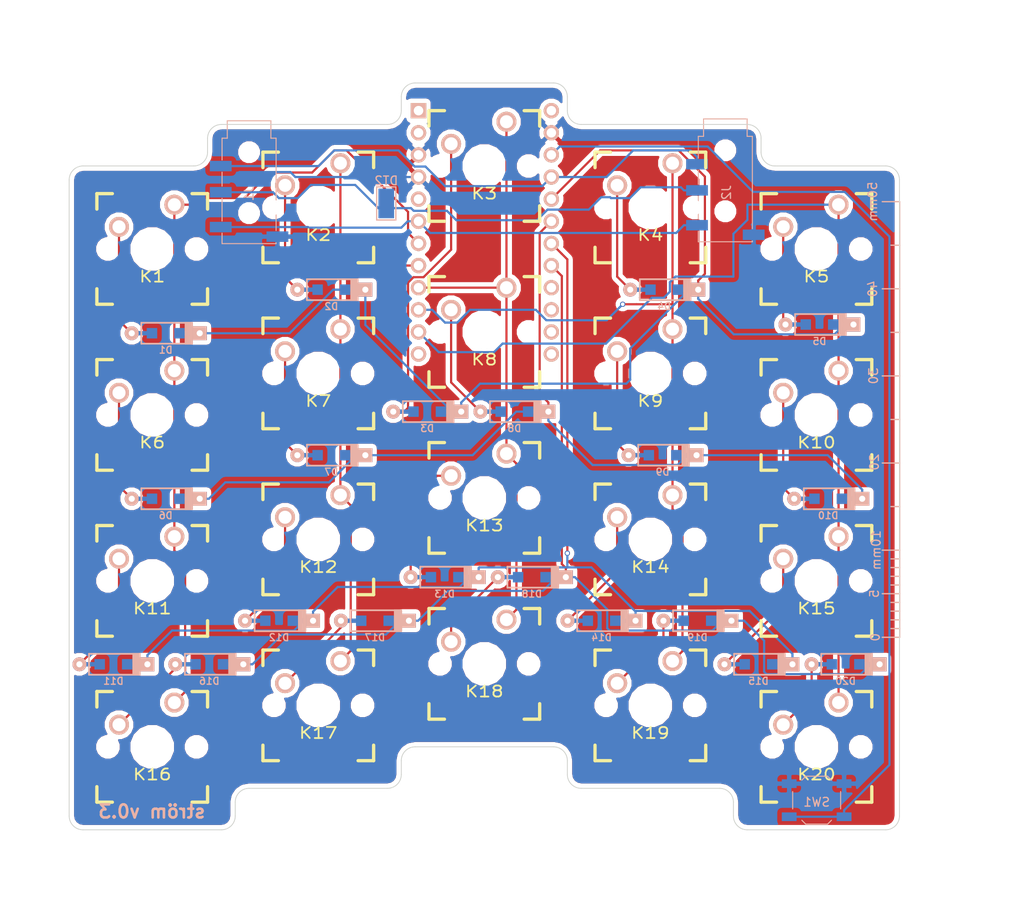
<source format=kicad_pcb>
(kicad_pcb (version 4) (host pcbnew 4.0.7+dfsg1-1)
  (layers (0 F.Cu signal) (31 B.Cu signal) (34 B.Paste user) (35 F.Paste user) (36 B.SilkS user) (37 F.SilkS user) (38 B.Mask user) (39 F.Mask user) (44 Edge.Cuts user))
  (net 0 "")
  (net 1 "Net-(D1-Pad2)")
  (net 2 /R0)
  (net 3 "Net-(D2-Pad2)")
  (net 4 "Net-(D3-Pad2)")
  (net 5 "Net-(D4-Pad2)")
  (net 6 "Net-(D5-Pad2)")
  (net 7 "Net-(D6-Pad2)")
  (net 8 /R1)
  (net 9 "Net-(D7-Pad2)")
  (net 10 "Net-(D8-Pad2)")
  (net 11 "Net-(D9-Pad2)")
  (net 12 "Net-(D10-Pad2)")
  (net 13 "Net-(D11-Pad2)")
  (net 14 /R2)
  (net 15 "Net-(D12-Pad2)")
  (net 16 "Net-(D13-Pad2)")
  (net 17 "Net-(D14-Pad2)")
  (net 18 "Net-(D15-Pad2)")
  (net 19 "Net-(D16-Pad2)")
  (net 20 /R3)
  (net 21 "Net-(D17-Pad2)")
  (net 22 "Net-(D18-Pad2)")
  (net 23 "Net-(D19-Pad2)")
  (net 24 "Net-(D20-Pad2)")
  (net 25 GND)
  (net 26 "Net-(J1-Pad1)")
  (net 27 "Net-(J1-Pad2)")
  (net 28 VCC)
  (net 29 /C0)
  (net 30 /C1)
  (net 31 /C2)
  (net 32 /C3)
  (net 33 /C4)
  (net 34 "Net-(SW1-Pad1)")
  (net 35 "Net-(U1-Pad12)")
  (net 36 "Net-(U1-Pad24)")
  (net 37 "Net-(U1-Pad16)")
  (net 38 "Net-(U1-Pad15)")
  (net 39 "Net-(U1-Pad14)")
  (net 40 "Net-(U1-Pad13)")
  (net 41 "Net-(U1-Pad6)")
  (net 42 "Net-(U1-Pad1)")
  (net 43 "Net-(U1-Pad2)")
  (module Keyboard:CHERRY_PCB_100H (layer F.Cu) (at 63.5 55.5625)
    (fp_text reference K2 (at 0 3.175) (layer F.SilkS) (effects (font (size 1.27 1.524) (thickness 0.2032))))
    (fp_text value KEYSW hide)
    (pad 1 thru_hole circle (at 2.54 -5.08) (size 2.286 2.286) (drill 1.4986) (layers *.Cu *.SilkS *.Mask) (net 30 /C1))
    (pad 2 thru_hole circle (at -3.81 -2.54) (size 2.286 2.286) (drill 1.4986) (layers *.Cu *.SilkS *.Mask) (net 3 "Net-(D2-Pad2)"))
    (pad HOLE np_thru_hole circle (at 0 0) (size 3.9878 3.9878) (drill 3.9878) (layers *.Cu))
    (pad HOLE np_thru_hole circle (at -5.08 0) (size 1.7018 1.7018) (drill 1.7018) (layers *.Cu))
    (pad HOLE np_thru_hole circle (at 5.08 0) (size 1.7018 1.7018) (drill 1.7018) (layers *.Cu))
  )
  (module Connectors:PJ320D_3.5mm_Jack (layer B.Cu) (at 110.2 53.775 270)
    (fp_text reference J2 (at 0.075 -0.13125 270) (layer B.SilkS) (effects (justify mirror)))
    (fp_text value Audio-Jack-4)
    (pad 4 smd rect (at 4.925 -3.25 270) (size 1.2 2.5) (layers B.Cu B.Paste B.Mask) (net 25 GND))
    (pad 1 smd rect (at 3.825 3.25 270) (size 1.2 2.5) (layers B.Cu B.Paste B.Mask) (net 26 "Net-(J1-Pad1)"))
    (pad 2 smd rect (at -0.175 3.25 270) (size 1.2 2.5) (layers B.Cu B.Paste B.Mask) (net 27 "Net-(J1-Pad2)"))
    (pad 3 smd rect (at -3.175 3.25 270) (size 1.2 2.5) (layers B.Cu B.Paste B.Mask) (net 28 VCC))
    (pad "" np_thru_hole circle (at -4.775 0 270) (size 1.5 1.5) (drill 1.5) (layers *.Cu *.Mask))
    (pad "" np_thru_hole circle (at 2.225 0 270) (size 1.5 1.5) (drill 1.5) (layers *.Cu *.Mask))
  )
  (module Keyboard:CHERRY_PCB_100H (layer F.Cu) (at 101.6 55.5625)
    (fp_text reference K4 (at 0 3.175) (layer F.SilkS) (effects (font (size 1.27 1.524) (thickness 0.2032))))
    (fp_text value KEYSW hide)
    (pad 1 thru_hole circle (at 2.54 -5.08) (size 2.286 2.286) (drill 1.4986) (layers *.Cu *.SilkS *.Mask) (net 32 /C3))
    (pad 2 thru_hole circle (at -3.81 -2.54) (size 2.286 2.286) (drill 1.4986) (layers *.Cu *.SilkS *.Mask) (net 5 "Net-(D4-Pad2)"))
    (pad HOLE np_thru_hole circle (at 0 0) (size 3.9878 3.9878) (drill 3.9878) (layers *.Cu))
    (pad HOLE np_thru_hole circle (at -5.08 0) (size 1.7018 1.7018) (drill 1.7018) (layers *.Cu))
    (pad HOLE np_thru_hole circle (at 5.08 0) (size 1.7018 1.7018) (drill 1.7018) (layers *.Cu))
  )
  (module keyboard_parts:D_SOD123_axial (layer B.Cu) (at 46 70 180)
    (fp_text reference D1 (at 0 -1.925 180) (layer B.SilkS) (effects (font (size 0.8 0.8)) (justify mirror)))
    (fp_text value D hide)
    (pad 2 smd rect (at 1.575 0 180) (size 1.2 1.2) (layers B.Cu B.Paste B.Mask) (net 1 "Net-(D1-Pad2)"))
    (pad 1 smd rect (at -1.575 0 180) (size 1.2 1.2) (layers B.Cu B.Paste B.Mask) (net 2 /R0))
    (pad 1 thru_hole rect (at -3.9 0 180) (size 1.6 1.6) (drill 0.7) (layers *.Cu *.Mask B.SilkS) (net 2 /R0))
    (pad 2 thru_hole circle (at 3.9 0 180) (size 1.6 1.6) (drill 0.7) (layers *.Cu *.Mask B.SilkS) (net 1 "Net-(D1-Pad2)"))
    (pad 1 smd rect (at -2.7 0 180) (size 2.5 0.5) (layers B.Cu) (net 2 /R0))
    (pad 2 smd rect (at 2.7 0 180) (size 2.5 0.5) (layers B.Cu) (net 1 "Net-(D1-Pad2)"))
  )
  (module keyboard_parts:D_SOD123_axial (layer B.Cu) (at 65 65 180)
    (fp_text reference D2 (at 0 -1.925 180) (layer B.SilkS) (effects (font (size 0.8 0.8)) (justify mirror)))
    (fp_text value D hide)
    (pad 2 smd rect (at 1.575 0 180) (size 1.2 1.2) (layers B.Cu B.Paste B.Mask) (net 3 "Net-(D2-Pad2)"))
    (pad 1 smd rect (at -1.575 0 180) (size 1.2 1.2) (layers B.Cu B.Paste B.Mask) (net 2 /R0))
    (pad 1 thru_hole rect (at -3.9 0 180) (size 1.6 1.6) (drill 0.7) (layers *.Cu *.Mask B.SilkS) (net 2 /R0))
    (pad 2 thru_hole circle (at 3.9 0 180) (size 1.6 1.6) (drill 0.7) (layers *.Cu *.Mask B.SilkS) (net 3 "Net-(D2-Pad2)"))
    (pad 1 smd rect (at -2.7 0 180) (size 2.5 0.5) (layers B.Cu) (net 2 /R0))
    (pad 2 smd rect (at 2.7 0 180) (size 2.5 0.5) (layers B.Cu) (net 3 "Net-(D2-Pad2)"))
  )
  (module keyboard_parts:D_SOD123_axial (layer B.Cu) (at 76 79 180)
    (fp_text reference D3 (at 0 -1.925 180) (layer B.SilkS) (effects (font (size 0.8 0.8)) (justify mirror)))
    (fp_text value D hide)
    (pad 2 smd rect (at 1.575 0 180) (size 1.2 1.2) (layers B.Cu B.Paste B.Mask) (net 4 "Net-(D3-Pad2)"))
    (pad 1 smd rect (at -1.575 0 180) (size 1.2 1.2) (layers B.Cu B.Paste B.Mask) (net 2 /R0))
    (pad 1 thru_hole rect (at -3.9 0 180) (size 1.6 1.6) (drill 0.7) (layers *.Cu *.Mask B.SilkS) (net 2 /R0))
    (pad 2 thru_hole circle (at 3.9 0 180) (size 1.6 1.6) (drill 0.7) (layers *.Cu *.Mask B.SilkS) (net 4 "Net-(D3-Pad2)"))
    (pad 1 smd rect (at -2.7 0 180) (size 2.5 0.5) (layers B.Cu) (net 2 /R0))
    (pad 2 smd rect (at 2.7 0 180) (size 2.5 0.5) (layers B.Cu) (net 4 "Net-(D3-Pad2)"))
  )
  (module keyboard_parts:D_SOD123_axial (layer B.Cu) (at 103.1875 65 180)
    (fp_text reference D4 (at 0 -1.925 180) (layer B.SilkS) (effects (font (size 0.8 0.8)) (justify mirror)))
    (fp_text value D hide)
    (pad 2 smd rect (at 1.575 0 180) (size 1.2 1.2) (layers B.Cu B.Paste B.Mask) (net 5 "Net-(D4-Pad2)"))
    (pad 1 smd rect (at -1.575 0 180) (size 1.2 1.2) (layers B.Cu B.Paste B.Mask) (net 2 /R0))
    (pad 1 thru_hole rect (at -3.9 0 180) (size 1.6 1.6) (drill 0.7) (layers *.Cu *.Mask B.SilkS) (net 2 /R0))
    (pad 2 thru_hole circle (at 3.9 0 180) (size 1.6 1.6) (drill 0.7) (layers *.Cu *.Mask B.SilkS) (net 5 "Net-(D4-Pad2)"))
    (pad 1 smd rect (at -2.7 0 180) (size 2.5 0.5) (layers B.Cu) (net 2 /R0))
    (pad 2 smd rect (at 2.7 0 180) (size 2.5 0.5) (layers B.Cu) (net 5 "Net-(D4-Pad2)"))
  )
  (module keyboard_parts:D_SOD123_axial (layer B.Cu) (at 121 69 180)
    (fp_text reference D5 (at 0 -1.925 180) (layer B.SilkS) (effects (font (size 0.8 0.8)) (justify mirror)))
    (fp_text value D hide)
    (pad 2 smd rect (at 1.575 0 180) (size 1.2 1.2) (layers B.Cu B.Paste B.Mask) (net 6 "Net-(D5-Pad2)"))
    (pad 1 smd rect (at -1.575 0 180) (size 1.2 1.2) (layers B.Cu B.Paste B.Mask) (net 2 /R0))
    (pad 1 thru_hole rect (at -3.9 0 180) (size 1.6 1.6) (drill 0.7) (layers *.Cu *.Mask B.SilkS) (net 2 /R0))
    (pad 2 thru_hole circle (at 3.9 0 180) (size 1.6 1.6) (drill 0.7) (layers *.Cu *.Mask B.SilkS) (net 6 "Net-(D5-Pad2)"))
    (pad 1 smd rect (at -2.7 0 180) (size 2.5 0.5) (layers B.Cu) (net 2 /R0))
    (pad 2 smd rect (at 2.7 0 180) (size 2.5 0.5) (layers B.Cu) (net 6 "Net-(D5-Pad2)"))
  )
  (module keyboard_parts:D_SOD123_axial (layer B.Cu) (at 46 89 180)
    (fp_text reference D6 (at 0 -1.925 180) (layer B.SilkS) (effects (font (size 0.8 0.8)) (justify mirror)))
    (fp_text value D hide)
    (pad 2 smd rect (at 1.575 0 180) (size 1.2 1.2) (layers B.Cu B.Paste B.Mask) (net 7 "Net-(D6-Pad2)"))
    (pad 1 smd rect (at -1.575 0 180) (size 1.2 1.2) (layers B.Cu B.Paste B.Mask) (net 8 /R1))
    (pad 1 thru_hole rect (at -3.9 0 180) (size 1.6 1.6) (drill 0.7) (layers *.Cu *.Mask B.SilkS) (net 8 /R1))
    (pad 2 thru_hole circle (at 3.9 0 180) (size 1.6 1.6) (drill 0.7) (layers *.Cu *.Mask B.SilkS) (net 7 "Net-(D6-Pad2)"))
    (pad 1 smd rect (at -2.7 0 180) (size 2.5 0.5) (layers B.Cu) (net 8 /R1))
    (pad 2 smd rect (at 2.7 0 180) (size 2.5 0.5) (layers B.Cu) (net 7 "Net-(D6-Pad2)"))
  )
  (module keyboard_parts:D_SOD123_axial (layer B.Cu) (at 65 84 180)
    (fp_text reference D7 (at 0 -1.925 180) (layer B.SilkS) (effects (font (size 0.8 0.8)) (justify mirror)))
    (fp_text value D hide)
    (pad 2 smd rect (at 1.575 0 180) (size 1.2 1.2) (layers B.Cu B.Paste B.Mask) (net 9 "Net-(D7-Pad2)"))
    (pad 1 smd rect (at -1.575 0 180) (size 1.2 1.2) (layers B.Cu B.Paste B.Mask) (net 8 /R1))
    (pad 1 thru_hole rect (at -3.9 0 180) (size 1.6 1.6) (drill 0.7) (layers *.Cu *.Mask B.SilkS) (net 8 /R1))
    (pad 2 thru_hole circle (at 3.9 0 180) (size 1.6 1.6) (drill 0.7) (layers *.Cu *.Mask B.SilkS) (net 9 "Net-(D7-Pad2)"))
    (pad 1 smd rect (at -2.7 0 180) (size 2.5 0.5) (layers B.Cu) (net 8 /R1))
    (pad 2 smd rect (at 2.7 0 180) (size 2.5 0.5) (layers B.Cu) (net 9 "Net-(D7-Pad2)"))
  )
  (module keyboard_parts:D_SOD123_axial (layer B.Cu) (at 86 79 180)
    (fp_text reference D8 (at 0 -1.925 180) (layer B.SilkS) (effects (font (size 0.8 0.8)) (justify mirror)))
    (fp_text value D hide)
    (pad 2 smd rect (at 1.575 0 180) (size 1.2 1.2) (layers B.Cu B.Paste B.Mask) (net 10 "Net-(D8-Pad2)"))
    (pad 1 smd rect (at -1.575 0 180) (size 1.2 1.2) (layers B.Cu B.Paste B.Mask) (net 8 /R1))
    (pad 1 thru_hole rect (at -3.9 0 180) (size 1.6 1.6) (drill 0.7) (layers *.Cu *.Mask B.SilkS) (net 8 /R1))
    (pad 2 thru_hole circle (at 3.9 0 180) (size 1.6 1.6) (drill 0.7) (layers *.Cu *.Mask B.SilkS) (net 10 "Net-(D8-Pad2)"))
    (pad 1 smd rect (at -2.7 0 180) (size 2.5 0.5) (layers B.Cu) (net 8 /R1))
    (pad 2 smd rect (at 2.7 0 180) (size 2.5 0.5) (layers B.Cu) (net 10 "Net-(D8-Pad2)"))
  )
  (module keyboard_parts:D_SOD123_axial (layer B.Cu) (at 103 84 180)
    (fp_text reference D9 (at 0 -1.925 180) (layer B.SilkS) (effects (font (size 0.8 0.8)) (justify mirror)))
    (fp_text value D hide)
    (pad 2 smd rect (at 1.575 0 180) (size 1.2 1.2) (layers B.Cu B.Paste B.Mask) (net 11 "Net-(D9-Pad2)"))
    (pad 1 smd rect (at -1.575 0 180) (size 1.2 1.2) (layers B.Cu B.Paste B.Mask) (net 8 /R1))
    (pad 1 thru_hole rect (at -3.9 0 180) (size 1.6 1.6) (drill 0.7) (layers *.Cu *.Mask B.SilkS) (net 8 /R1))
    (pad 2 thru_hole circle (at 3.9 0 180) (size 1.6 1.6) (drill 0.7) (layers *.Cu *.Mask B.SilkS) (net 11 "Net-(D9-Pad2)"))
    (pad 1 smd rect (at -2.7 0 180) (size 2.5 0.5) (layers B.Cu) (net 8 /R1))
    (pad 2 smd rect (at 2.7 0 180) (size 2.5 0.5) (layers B.Cu) (net 11 "Net-(D9-Pad2)"))
  )
  (module keyboard_parts:D_SOD123_axial (layer B.Cu) (at 122 89 180)
    (fp_text reference D10 (at 0 -1.925 180) (layer B.SilkS) (effects (font (size 0.8 0.8)) (justify mirror)))
    (fp_text value D hide)
    (pad 2 smd rect (at 1.575 0 180) (size 1.2 1.2) (layers B.Cu B.Paste B.Mask) (net 12 "Net-(D10-Pad2)"))
    (pad 1 smd rect (at -1.575 0 180) (size 1.2 1.2) (layers B.Cu B.Paste B.Mask) (net 8 /R1))
    (pad 1 thru_hole rect (at -3.9 0 180) (size 1.6 1.6) (drill 0.7) (layers *.Cu *.Mask B.SilkS) (net 8 /R1))
    (pad 2 thru_hole circle (at 3.9 0 180) (size 1.6 1.6) (drill 0.7) (layers *.Cu *.Mask B.SilkS) (net 12 "Net-(D10-Pad2)"))
    (pad 1 smd rect (at -2.7 0 180) (size 2.5 0.5) (layers B.Cu) (net 8 /R1))
    (pad 2 smd rect (at 2.7 0 180) (size 2.5 0.5) (layers B.Cu) (net 12 "Net-(D10-Pad2)"))
  )
  (module keyboard_parts:D_SOD123_axial (layer B.Cu) (at 40 108 180)
    (fp_text reference D11 (at 0 -1.925 180) (layer B.SilkS) (effects (font (size 0.8 0.8)) (justify mirror)))
    (fp_text value D hide)
    (pad 2 smd rect (at 1.575 0 180) (size 1.2 1.2) (layers B.Cu B.Paste B.Mask) (net 13 "Net-(D11-Pad2)"))
    (pad 1 smd rect (at -1.575 0 180) (size 1.2 1.2) (layers B.Cu B.Paste B.Mask) (net 14 /R2))
    (pad 1 thru_hole rect (at -3.9 0 180) (size 1.6 1.6) (drill 0.7) (layers *.Cu *.Mask B.SilkS) (net 14 /R2))
    (pad 2 thru_hole circle (at 3.9 0 180) (size 1.6 1.6) (drill 0.7) (layers *.Cu *.Mask B.SilkS) (net 13 "Net-(D11-Pad2)"))
    (pad 1 smd rect (at -2.7 0 180) (size 2.5 0.5) (layers B.Cu) (net 14 /R2))
    (pad 2 smd rect (at 2.7 0 180) (size 2.5 0.5) (layers B.Cu) (net 13 "Net-(D11-Pad2)"))
  )
  (module keyboard_parts:D_SOD123_axial (layer B.Cu) (at 59 103 180)
    (fp_text reference D12 (at 0 -1.925 180) (layer B.SilkS) (effects (font (size 0.8 0.8)) (justify mirror)))
    (fp_text value D hide)
    (pad 2 smd rect (at 1.575 0 180) (size 1.2 1.2) (layers B.Cu B.Paste B.Mask) (net 15 "Net-(D12-Pad2)"))
    (pad 1 smd rect (at -1.575 0 180) (size 1.2 1.2) (layers B.Cu B.Paste B.Mask) (net 14 /R2))
    (pad 1 thru_hole rect (at -3.9 0 180) (size 1.6 1.6) (drill 0.7) (layers *.Cu *.Mask B.SilkS) (net 14 /R2))
    (pad 2 thru_hole circle (at 3.9 0 180) (size 1.6 1.6) (drill 0.7) (layers *.Cu *.Mask B.SilkS) (net 15 "Net-(D12-Pad2)"))
    (pad 1 smd rect (at -2.7 0 180) (size 2.5 0.5) (layers B.Cu) (net 14 /R2))
    (pad 2 smd rect (at 2.7 0 180) (size 2.5 0.5) (layers B.Cu) (net 15 "Net-(D12-Pad2)"))
  )
  (module keyboard_parts:D_SOD123_axial (layer B.Cu) (at 78 98 180)
    (fp_text reference D13 (at 0 -1.925 180) (layer B.SilkS) (effects (font (size 0.8 0.8)) (justify mirror)))
    (fp_text value D hide)
    (pad 2 smd rect (at 1.575 0 180) (size 1.2 1.2) (layers B.Cu B.Paste B.Mask) (net 16 "Net-(D13-Pad2)"))
    (pad 1 smd rect (at -1.575 0 180) (size 1.2 1.2) (layers B.Cu B.Paste B.Mask) (net 14 /R2))
    (pad 1 thru_hole rect (at -3.9 0 180) (size 1.6 1.6) (drill 0.7) (layers *.Cu *.Mask B.SilkS) (net 14 /R2))
    (pad 2 thru_hole circle (at 3.9 0 180) (size 1.6 1.6) (drill 0.7) (layers *.Cu *.Mask B.SilkS) (net 16 "Net-(D13-Pad2)"))
    (pad 1 smd rect (at -2.7 0 180) (size 2.5 0.5) (layers B.Cu) (net 14 /R2))
    (pad 2 smd rect (at 2.7 0 180) (size 2.5 0.5) (layers B.Cu) (net 16 "Net-(D13-Pad2)"))
  )
  (module keyboard_parts:D_SOD123_axial (layer B.Cu) (at 96 103 180)
    (fp_text reference D14 (at 0 -1.925 180) (layer B.SilkS) (effects (font (size 0.8 0.8)) (justify mirror)))
    (fp_text value D hide)
    (pad 2 smd rect (at 1.575 0 180) (size 1.2 1.2) (layers B.Cu B.Paste B.Mask) (net 17 "Net-(D14-Pad2)"))
    (pad 1 smd rect (at -1.575 0 180) (size 1.2 1.2) (layers B.Cu B.Paste B.Mask) (net 14 /R2))
    (pad 1 thru_hole rect (at -3.9 0 180) (size 1.6 1.6) (drill 0.7) (layers *.Cu *.Mask B.SilkS) (net 14 /R2))
    (pad 2 thru_hole circle (at 3.9 0 180) (size 1.6 1.6) (drill 0.7) (layers *.Cu *.Mask B.SilkS) (net 17 "Net-(D14-Pad2)"))
    (pad 1 smd rect (at -2.7 0 180) (size 2.5 0.5) (layers B.Cu) (net 14 /R2))
    (pad 2 smd rect (at 2.7 0 180) (size 2.5 0.5) (layers B.Cu) (net 17 "Net-(D14-Pad2)"))
  )
  (module keyboard_parts:D_SOD123_axial (layer B.Cu) (at 114 108 180)
    (fp_text reference D15 (at 0 -1.925 180) (layer B.SilkS) (effects (font (size 0.8 0.8)) (justify mirror)))
    (fp_text value D hide)
    (pad 2 smd rect (at 1.575 0 180) (size 1.2 1.2) (layers B.Cu B.Paste B.Mask) (net 18 "Net-(D15-Pad2)"))
    (pad 1 smd rect (at -1.575 0 180) (size 1.2 1.2) (layers B.Cu B.Paste B.Mask) (net 14 /R2))
    (pad 1 thru_hole rect (at -3.9 0 180) (size 1.6 1.6) (drill 0.7) (layers *.Cu *.Mask B.SilkS) (net 14 /R2))
    (pad 2 thru_hole circle (at 3.9 0 180) (size 1.6 1.6) (drill 0.7) (layers *.Cu *.Mask B.SilkS) (net 18 "Net-(D15-Pad2)"))
    (pad 1 smd rect (at -2.7 0 180) (size 2.5 0.5) (layers B.Cu) (net 14 /R2))
    (pad 2 smd rect (at 2.7 0 180) (size 2.5 0.5) (layers B.Cu) (net 18 "Net-(D15-Pad2)"))
  )
  (module keyboard_parts:D_SOD123_axial (layer B.Cu) (at 51 108 180)
    (fp_text reference D16 (at 0 -1.925 180) (layer B.SilkS) (effects (font (size 0.8 0.8)) (justify mirror)))
    (fp_text value D hide)
    (pad 2 smd rect (at 1.575 0 180) (size 1.2 1.2) (layers B.Cu B.Paste B.Mask) (net 19 "Net-(D16-Pad2)"))
    (pad 1 smd rect (at -1.575 0 180) (size 1.2 1.2) (layers B.Cu B.Paste B.Mask) (net 20 /R3))
    (pad 1 thru_hole rect (at -3.9 0 180) (size 1.6 1.6) (drill 0.7) (layers *.Cu *.Mask B.SilkS) (net 20 /R3))
    (pad 2 thru_hole circle (at 3.9 0 180) (size 1.6 1.6) (drill 0.7) (layers *.Cu *.Mask B.SilkS) (net 19 "Net-(D16-Pad2)"))
    (pad 1 smd rect (at -2.7 0 180) (size 2.5 0.5) (layers B.Cu) (net 20 /R3))
    (pad 2 smd rect (at 2.7 0 180) (size 2.5 0.5) (layers B.Cu) (net 19 "Net-(D16-Pad2)"))
  )
  (module keyboard_parts:D_SOD123_axial (layer B.Cu) (at 70 103 180)
    (fp_text reference D17 (at 0 -1.925 180) (layer B.SilkS) (effects (font (size 0.8 0.8)) (justify mirror)))
    (fp_text value D hide)
    (pad 2 smd rect (at 1.575 0 180) (size 1.2 1.2) (layers B.Cu B.Paste B.Mask) (net 21 "Net-(D17-Pad2)"))
    (pad 1 smd rect (at -1.575 0 180) (size 1.2 1.2) (layers B.Cu B.Paste B.Mask) (net 20 /R3))
    (pad 1 thru_hole rect (at -3.9 0 180) (size 1.6 1.6) (drill 0.7) (layers *.Cu *.Mask B.SilkS) (net 20 /R3))
    (pad 2 thru_hole circle (at 3.9 0 180) (size 1.6 1.6) (drill 0.7) (layers *.Cu *.Mask B.SilkS) (net 21 "Net-(D17-Pad2)"))
    (pad 1 smd rect (at -2.7 0 180) (size 2.5 0.5) (layers B.Cu) (net 20 /R3))
    (pad 2 smd rect (at 2.7 0 180) (size 2.5 0.5) (layers B.Cu) (net 21 "Net-(D17-Pad2)"))
  )
  (module keyboard_parts:D_SOD123_axial (layer B.Cu) (at 88 98 180)
    (fp_text reference D18 (at 0 -1.925 180) (layer B.SilkS) (effects (font (size 0.8 0.8)) (justify mirror)))
    (fp_text value D hide)
    (pad 2 smd rect (at 1.575 0 180) (size 1.2 1.2) (layers B.Cu B.Paste B.Mask) (net 22 "Net-(D18-Pad2)"))
    (pad 1 smd rect (at -1.575 0 180) (size 1.2 1.2) (layers B.Cu B.Paste B.Mask) (net 20 /R3))
    (pad 1 thru_hole rect (at -3.9 0 180) (size 1.6 1.6) (drill 0.7) (layers *.Cu *.Mask B.SilkS) (net 20 /R3))
    (pad 2 thru_hole circle (at 3.9 0 180) (size 1.6 1.6) (drill 0.7) (layers *.Cu *.Mask B.SilkS) (net 22 "Net-(D18-Pad2)"))
    (pad 1 smd rect (at -2.7 0 180) (size 2.5 0.5) (layers B.Cu) (net 20 /R3))
    (pad 2 smd rect (at 2.7 0 180) (size 2.5 0.5) (layers B.Cu) (net 22 "Net-(D18-Pad2)"))
  )
  (module keyboard_parts:D_SOD123_axial (layer B.Cu) (at 107 103 180)
    (fp_text reference D19 (at 0 -1.925 180) (layer B.SilkS) (effects (font (size 0.8 0.8)) (justify mirror)))
    (fp_text value D hide)
    (pad 2 smd rect (at 1.575 0 180) (size 1.2 1.2) (layers B.Cu B.Paste B.Mask) (net 23 "Net-(D19-Pad2)"))
    (pad 1 smd rect (at -1.575 0 180) (size 1.2 1.2) (layers B.Cu B.Paste B.Mask) (net 20 /R3))
    (pad 1 thru_hole rect (at -3.9 0 180) (size 1.6 1.6) (drill 0.7) (layers *.Cu *.Mask B.SilkS) (net 20 /R3))
    (pad 2 thru_hole circle (at 3.9 0 180) (size 1.6 1.6) (drill 0.7) (layers *.Cu *.Mask B.SilkS) (net 23 "Net-(D19-Pad2)"))
    (pad 1 smd rect (at -2.7 0 180) (size 2.5 0.5) (layers B.Cu) (net 20 /R3))
    (pad 2 smd rect (at 2.7 0 180) (size 2.5 0.5) (layers B.Cu) (net 23 "Net-(D19-Pad2)"))
  )
  (module keyboard_parts:D_SOD123_axial (layer B.Cu) (at 124 108 180)
    (fp_text reference D20 (at 0 -1.925 180) (layer B.SilkS) (effects (font (size 0.8 0.8)) (justify mirror)))
    (fp_text value D hide)
    (pad 2 smd rect (at 1.575 0 180) (size 1.2 1.2) (layers B.Cu B.Paste B.Mask) (net 24 "Net-(D20-Pad2)"))
    (pad 1 smd rect (at -1.575 0 180) (size 1.2 1.2) (layers B.Cu B.Paste B.Mask) (net 20 /R3))
    (pad 1 thru_hole rect (at -3.9 0 180) (size 1.6 1.6) (drill 0.7) (layers *.Cu *.Mask B.SilkS) (net 20 /R3))
    (pad 2 thru_hole circle (at 3.9 0 180) (size 1.6 1.6) (drill 0.7) (layers *.Cu *.Mask B.SilkS) (net 24 "Net-(D20-Pad2)"))
    (pad 1 smd rect (at -2.7 0 180) (size 2.5 0.5) (layers B.Cu) (net 20 /R3))
    (pad 2 smd rect (at 2.7 0 180) (size 2.5 0.5) (layers B.Cu) (net 24 "Net-(D20-Pad2)"))
  )
  (module Connectors:PJ320D_3.5mm_Jack (layer B.Cu) (at 55.5625 53.9875 270)
    (fp_text reference J1 (at -0.0125 0 270) (layer B.SilkS) (effects (justify mirror)))
    (fp_text value Audio-Jack-4)
    (pad 4 smd rect (at 4.925 -3.25 270) (size 1.2 2.5) (layers B.Cu B.Paste B.Mask) (net 25 GND))
    (pad 1 smd rect (at 3.825 3.25 270) (size 1.2 2.5) (layers B.Cu B.Paste B.Mask) (net 26 "Net-(J1-Pad1)"))
    (pad 2 smd rect (at -0.175 3.25 270) (size 1.2 2.5) (layers B.Cu B.Paste B.Mask) (net 27 "Net-(J1-Pad2)"))
    (pad 3 smd rect (at -3.175 3.25 270) (size 1.2 2.5) (layers B.Cu B.Paste B.Mask) (net 28 VCC))
    (pad "" np_thru_hole circle (at -4.775 0 270) (size 1.5 1.5) (drill 1.5) (layers *.Cu *.Mask))
    (pad "" np_thru_hole circle (at 2.225 0 270) (size 1.5 1.5) (drill 1.5) (layers *.Cu *.Mask))
  )
  (module Keyboard:CHERRY_PCB_100H (layer F.Cu) (at 44.45 60.325)
    (fp_text reference K1 (at 0 3.175) (layer F.SilkS) (effects (font (size 1.27 1.524) (thickness 0.2032))))
    (fp_text value KEYSW hide)
    (pad 1 thru_hole circle (at 2.54 -5.08) (size 2.286 2.286) (drill 1.4986) (layers *.Cu *.SilkS *.Mask) (net 29 /C0))
    (pad 2 thru_hole circle (at -3.81 -2.54) (size 2.286 2.286) (drill 1.4986) (layers *.Cu *.SilkS *.Mask) (net 1 "Net-(D1-Pad2)"))
    (pad HOLE np_thru_hole circle (at 0 0) (size 3.9878 3.9878) (drill 3.9878) (layers *.Cu))
    (pad HOLE np_thru_hole circle (at -5.08 0) (size 1.7018 1.7018) (drill 1.7018) (layers *.Cu))
    (pad HOLE np_thru_hole circle (at 5.08 0) (size 1.7018 1.7018) (drill 1.7018) (layers *.Cu))
  )
  (module Keyboard:CHERRY_PCB_100H (layer F.Cu) (at 82.55 50.8)
    (fp_text reference K3 (at 0 3.175) (layer F.SilkS) (effects (font (size 1.27 1.524) (thickness 0.2032))))
    (fp_text value KEYSW hide)
    (pad 1 thru_hole circle (at 2.54 -5.08) (size 2.286 2.286) (drill 1.4986) (layers *.Cu *.SilkS *.Mask) (net 31 /C2))
    (pad 2 thru_hole circle (at -3.81 -2.54) (size 2.286 2.286) (drill 1.4986) (layers *.Cu *.SilkS *.Mask) (net 4 "Net-(D3-Pad2)"))
    (pad HOLE np_thru_hole circle (at 0 0) (size 3.9878 3.9878) (drill 3.9878) (layers *.Cu))
    (pad HOLE np_thru_hole circle (at -5.08 0) (size 1.7018 1.7018) (drill 1.7018) (layers *.Cu))
    (pad HOLE np_thru_hole circle (at 5.08 0) (size 1.7018 1.7018) (drill 1.7018) (layers *.Cu))
  )
  (module Keyboard:CHERRY_PCB_100H (layer F.Cu) (at 120.65 60.325)
    (fp_text reference K5 (at 0 3.175) (layer F.SilkS) (effects (font (size 1.27 1.524) (thickness 0.2032))))
    (fp_text value KEYSW hide)
    (pad 1 thru_hole circle (at 2.54 -5.08) (size 2.286 2.286) (drill 1.4986) (layers *.Cu *.SilkS *.Mask) (net 33 /C4))
    (pad 2 thru_hole circle (at -3.81 -2.54) (size 2.286 2.286) (drill 1.4986) (layers *.Cu *.SilkS *.Mask) (net 6 "Net-(D5-Pad2)"))
    (pad HOLE np_thru_hole circle (at 0 0) (size 3.9878 3.9878) (drill 3.9878) (layers *.Cu))
    (pad HOLE np_thru_hole circle (at -5.08 0) (size 1.7018 1.7018) (drill 1.7018) (layers *.Cu))
    (pad HOLE np_thru_hole circle (at 5.08 0) (size 1.7018 1.7018) (drill 1.7018) (layers *.Cu))
  )
  (module Keyboard:CHERRY_PCB_100H (layer F.Cu) (at 44.45 79.375)
    (fp_text reference K6 (at 0 3.175) (layer F.SilkS) (effects (font (size 1.27 1.524) (thickness 0.2032))))
    (fp_text value KEYSW hide)
    (pad 1 thru_hole circle (at 2.54 -5.08) (size 2.286 2.286) (drill 1.4986) (layers *.Cu *.SilkS *.Mask) (net 29 /C0))
    (pad 2 thru_hole circle (at -3.81 -2.54) (size 2.286 2.286) (drill 1.4986) (layers *.Cu *.SilkS *.Mask) (net 7 "Net-(D6-Pad2)"))
    (pad HOLE np_thru_hole circle (at 0 0) (size 3.9878 3.9878) (drill 3.9878) (layers *.Cu))
    (pad HOLE np_thru_hole circle (at -5.08 0) (size 1.7018 1.7018) (drill 1.7018) (layers *.Cu))
    (pad HOLE np_thru_hole circle (at 5.08 0) (size 1.7018 1.7018) (drill 1.7018) (layers *.Cu))
  )
  (module Keyboard:CHERRY_PCB_100H (layer F.Cu) (at 63.5 74.6125)
    (fp_text reference K7 (at 0 3.175) (layer F.SilkS) (effects (font (size 1.27 1.524) (thickness 0.2032))))
    (fp_text value KEYSW hide)
    (pad 1 thru_hole circle (at 2.54 -5.08) (size 2.286 2.286) (drill 1.4986) (layers *.Cu *.SilkS *.Mask) (net 30 /C1))
    (pad 2 thru_hole circle (at -3.81 -2.54) (size 2.286 2.286) (drill 1.4986) (layers *.Cu *.SilkS *.Mask) (net 9 "Net-(D7-Pad2)"))
    (pad HOLE np_thru_hole circle (at 0 0) (size 3.9878 3.9878) (drill 3.9878) (layers *.Cu))
    (pad HOLE np_thru_hole circle (at -5.08 0) (size 1.7018 1.7018) (drill 1.7018) (layers *.Cu))
    (pad HOLE np_thru_hole circle (at 5.08 0) (size 1.7018 1.7018) (drill 1.7018) (layers *.Cu))
  )
  (module Keyboard:CHERRY_PCB_100H (layer F.Cu) (at 82.55 69.85)
    (fp_text reference K8 (at 0 3.175) (layer F.SilkS) (effects (font (size 1.27 1.524) (thickness 0.2032))))
    (fp_text value KEYSW hide)
    (pad 1 thru_hole circle (at 2.54 -5.08) (size 2.286 2.286) (drill 1.4986) (layers *.Cu *.SilkS *.Mask) (net 31 /C2))
    (pad 2 thru_hole circle (at -3.81 -2.54) (size 2.286 2.286) (drill 1.4986) (layers *.Cu *.SilkS *.Mask) (net 10 "Net-(D8-Pad2)"))
    (pad HOLE np_thru_hole circle (at 0 0) (size 3.9878 3.9878) (drill 3.9878) (layers *.Cu))
    (pad HOLE np_thru_hole circle (at -5.08 0) (size 1.7018 1.7018) (drill 1.7018) (layers *.Cu))
    (pad HOLE np_thru_hole circle (at 5.08 0) (size 1.7018 1.7018) (drill 1.7018) (layers *.Cu))
  )
  (module Keyboard:CHERRY_PCB_100H (layer F.Cu) (at 101.6 74.6125)
    (fp_text reference K9 (at 0 3.175) (layer F.SilkS) (effects (font (size 1.27 1.524) (thickness 0.2032))))
    (fp_text value KEYSW hide)
    (pad 1 thru_hole circle (at 2.54 -5.08) (size 2.286 2.286) (drill 1.4986) (layers *.Cu *.SilkS *.Mask) (net 32 /C3))
    (pad 2 thru_hole circle (at -3.81 -2.54) (size 2.286 2.286) (drill 1.4986) (layers *.Cu *.SilkS *.Mask) (net 11 "Net-(D9-Pad2)"))
    (pad HOLE np_thru_hole circle (at 0 0) (size 3.9878 3.9878) (drill 3.9878) (layers *.Cu))
    (pad HOLE np_thru_hole circle (at -5.08 0) (size 1.7018 1.7018) (drill 1.7018) (layers *.Cu))
    (pad HOLE np_thru_hole circle (at 5.08 0) (size 1.7018 1.7018) (drill 1.7018) (layers *.Cu))
  )
  (module Keyboard:CHERRY_PCB_100H (layer F.Cu) (at 120.65 79.375)
    (fp_text reference K10 (at 0 3.175) (layer F.SilkS) (effects (font (size 1.27 1.524) (thickness 0.2032))))
    (fp_text value KEYSW hide)
    (pad 1 thru_hole circle (at 2.54 -5.08) (size 2.286 2.286) (drill 1.4986) (layers *.Cu *.SilkS *.Mask) (net 33 /C4))
    (pad 2 thru_hole circle (at -3.81 -2.54) (size 2.286 2.286) (drill 1.4986) (layers *.Cu *.SilkS *.Mask) (net 12 "Net-(D10-Pad2)"))
    (pad HOLE np_thru_hole circle (at 0 0) (size 3.9878 3.9878) (drill 3.9878) (layers *.Cu))
    (pad HOLE np_thru_hole circle (at -5.08 0) (size 1.7018 1.7018) (drill 1.7018) (layers *.Cu))
    (pad HOLE np_thru_hole circle (at 5.08 0) (size 1.7018 1.7018) (drill 1.7018) (layers *.Cu))
  )
  (module Keyboard:CHERRY_PCB_100H (layer F.Cu) (at 44.45 98.425)
    (fp_text reference K11 (at 0 3.175) (layer F.SilkS) (effects (font (size 1.27 1.524) (thickness 0.2032))))
    (fp_text value KEYSW hide)
    (pad 1 thru_hole circle (at 2.54 -5.08) (size 2.286 2.286) (drill 1.4986) (layers *.Cu *.SilkS *.Mask) (net 29 /C0))
    (pad 2 thru_hole circle (at -3.81 -2.54) (size 2.286 2.286) (drill 1.4986) (layers *.Cu *.SilkS *.Mask) (net 13 "Net-(D11-Pad2)"))
    (pad HOLE np_thru_hole circle (at 0 0) (size 3.9878 3.9878) (drill 3.9878) (layers *.Cu))
    (pad HOLE np_thru_hole circle (at -5.08 0) (size 1.7018 1.7018) (drill 1.7018) (layers *.Cu))
    (pad HOLE np_thru_hole circle (at 5.08 0) (size 1.7018 1.7018) (drill 1.7018) (layers *.Cu))
  )
  (module Keyboard:CHERRY_PCB_100H (layer F.Cu) (at 63.5 93.6625)
    (fp_text reference K12 (at 0 3.175) (layer F.SilkS) (effects (font (size 1.27 1.524) (thickness 0.2032))))
    (fp_text value KEYSW hide)
    (pad 1 thru_hole circle (at 2.54 -5.08) (size 2.286 2.286) (drill 1.4986) (layers *.Cu *.SilkS *.Mask) (net 30 /C1))
    (pad 2 thru_hole circle (at -3.81 -2.54) (size 2.286 2.286) (drill 1.4986) (layers *.Cu *.SilkS *.Mask) (net 15 "Net-(D12-Pad2)"))
    (pad HOLE np_thru_hole circle (at 0 0) (size 3.9878 3.9878) (drill 3.9878) (layers *.Cu))
    (pad HOLE np_thru_hole circle (at -5.08 0) (size 1.7018 1.7018) (drill 1.7018) (layers *.Cu))
    (pad HOLE np_thru_hole circle (at 5.08 0) (size 1.7018 1.7018) (drill 1.7018) (layers *.Cu))
  )
  (module Keyboard:CHERRY_PCB_100H (layer F.Cu) (at 82.55 88.9)
    (fp_text reference K13 (at 0 3.175) (layer F.SilkS) (effects (font (size 1.27 1.524) (thickness 0.2032))))
    (fp_text value KEYSW hide)
    (pad 1 thru_hole circle (at 2.54 -5.08) (size 2.286 2.286) (drill 1.4986) (layers *.Cu *.SilkS *.Mask) (net 31 /C2))
    (pad 2 thru_hole circle (at -3.81 -2.54) (size 2.286 2.286) (drill 1.4986) (layers *.Cu *.SilkS *.Mask) (net 16 "Net-(D13-Pad2)"))
    (pad HOLE np_thru_hole circle (at 0 0) (size 3.9878 3.9878) (drill 3.9878) (layers *.Cu))
    (pad HOLE np_thru_hole circle (at -5.08 0) (size 1.7018 1.7018) (drill 1.7018) (layers *.Cu))
    (pad HOLE np_thru_hole circle (at 5.08 0) (size 1.7018 1.7018) (drill 1.7018) (layers *.Cu))
  )
  (module Keyboard:CHERRY_PCB_100H (layer F.Cu) (at 101.6 93.6625)
    (fp_text reference K14 (at 0 3.175) (layer F.SilkS) (effects (font (size 1.27 1.524) (thickness 0.2032))))
    (fp_text value KEYSW hide)
    (pad 1 thru_hole circle (at 2.54 -5.08) (size 2.286 2.286) (drill 1.4986) (layers *.Cu *.SilkS *.Mask) (net 32 /C3))
    (pad 2 thru_hole circle (at -3.81 -2.54) (size 2.286 2.286) (drill 1.4986) (layers *.Cu *.SilkS *.Mask) (net 17 "Net-(D14-Pad2)"))
    (pad HOLE np_thru_hole circle (at 0 0) (size 3.9878 3.9878) (drill 3.9878) (layers *.Cu))
    (pad HOLE np_thru_hole circle (at -5.08 0) (size 1.7018 1.7018) (drill 1.7018) (layers *.Cu))
    (pad HOLE np_thru_hole circle (at 5.08 0) (size 1.7018 1.7018) (drill 1.7018) (layers *.Cu))
  )
  (module Keyboard:CHERRY_PCB_100H (layer F.Cu) (at 120.65 98.425)
    (fp_text reference K15 (at 0 3.175) (layer F.SilkS) (effects (font (size 1.27 1.524) (thickness 0.2032))))
    (fp_text value KEYSW hide)
    (pad 1 thru_hole circle (at 2.54 -5.08) (size 2.286 2.286) (drill 1.4986) (layers *.Cu *.SilkS *.Mask) (net 33 /C4))
    (pad 2 thru_hole circle (at -3.81 -2.54) (size 2.286 2.286) (drill 1.4986) (layers *.Cu *.SilkS *.Mask) (net 18 "Net-(D15-Pad2)"))
    (pad HOLE np_thru_hole circle (at 0 0) (size 3.9878 3.9878) (drill 3.9878) (layers *.Cu))
    (pad HOLE np_thru_hole circle (at -5.08 0) (size 1.7018 1.7018) (drill 1.7018) (layers *.Cu))
    (pad HOLE np_thru_hole circle (at 5.08 0) (size 1.7018 1.7018) (drill 1.7018) (layers *.Cu))
  )
  (module Keyboard:CHERRY_PCB_100H (layer F.Cu) (at 44.45 117.475)
    (fp_text reference K16 (at 0 3.175) (layer F.SilkS) (effects (font (size 1.27 1.524) (thickness 0.2032))))
    (fp_text value KEYSW hide)
    (pad 1 thru_hole circle (at 2.54 -5.08) (size 2.286 2.286) (drill 1.4986) (layers *.Cu *.SilkS *.Mask) (net 29 /C0))
    (pad 2 thru_hole circle (at -3.81 -2.54) (size 2.286 2.286) (drill 1.4986) (layers *.Cu *.SilkS *.Mask) (net 19 "Net-(D16-Pad2)"))
    (pad HOLE np_thru_hole circle (at 0 0) (size 3.9878 3.9878) (drill 3.9878) (layers *.Cu))
    (pad HOLE np_thru_hole circle (at -5.08 0) (size 1.7018 1.7018) (drill 1.7018) (layers *.Cu))
    (pad HOLE np_thru_hole circle (at 5.08 0) (size 1.7018 1.7018) (drill 1.7018) (layers *.Cu))
  )
  (module Keyboard:CHERRY_PCB_100H (layer F.Cu) (at 63.5 112.7125)
    (fp_text reference K17 (at 0 3.175) (layer F.SilkS) (effects (font (size 1.27 1.524) (thickness 0.2032))))
    (fp_text value KEYSW hide)
    (pad 1 thru_hole circle (at 2.54 -5.08) (size 2.286 2.286) (drill 1.4986) (layers *.Cu *.SilkS *.Mask) (net 30 /C1))
    (pad 2 thru_hole circle (at -3.81 -2.54) (size 2.286 2.286) (drill 1.4986) (layers *.Cu *.SilkS *.Mask) (net 21 "Net-(D17-Pad2)"))
    (pad HOLE np_thru_hole circle (at 0 0) (size 3.9878 3.9878) (drill 3.9878) (layers *.Cu))
    (pad HOLE np_thru_hole circle (at -5.08 0) (size 1.7018 1.7018) (drill 1.7018) (layers *.Cu))
    (pad HOLE np_thru_hole circle (at 5.08 0) (size 1.7018 1.7018) (drill 1.7018) (layers *.Cu))
  )
  (module Keyboard:CHERRY_PCB_100H (layer F.Cu) (at 82.55 107.95)
    (fp_text reference K18 (at 0 3.175) (layer F.SilkS) (effects (font (size 1.27 1.524) (thickness 0.2032))))
    (fp_text value KEYSW hide)
    (pad 1 thru_hole circle (at 2.54 -5.08) (size 2.286 2.286) (drill 1.4986) (layers *.Cu *.SilkS *.Mask) (net 31 /C2))
    (pad 2 thru_hole circle (at -3.81 -2.54) (size 2.286 2.286) (drill 1.4986) (layers *.Cu *.SilkS *.Mask) (net 22 "Net-(D18-Pad2)"))
    (pad HOLE np_thru_hole circle (at 0 0) (size 3.9878 3.9878) (drill 3.9878) (layers *.Cu))
    (pad HOLE np_thru_hole circle (at -5.08 0) (size 1.7018 1.7018) (drill 1.7018) (layers *.Cu))
    (pad HOLE np_thru_hole circle (at 5.08 0) (size 1.7018 1.7018) (drill 1.7018) (layers *.Cu))
  )
  (module Keyboard:CHERRY_PCB_100H (layer F.Cu) (at 101.6 112.7125)
    (fp_text reference K19 (at 0 3.175) (layer F.SilkS) (effects (font (size 1.27 1.524) (thickness 0.2032))))
    (fp_text value KEYSW hide)
    (pad 1 thru_hole circle (at 2.54 -5.08) (size 2.286 2.286) (drill 1.4986) (layers *.Cu *.SilkS *.Mask) (net 32 /C3))
    (pad 2 thru_hole circle (at -3.81 -2.54) (size 2.286 2.286) (drill 1.4986) (layers *.Cu *.SilkS *.Mask) (net 23 "Net-(D19-Pad2)"))
    (pad HOLE np_thru_hole circle (at 0 0) (size 3.9878 3.9878) (drill 3.9878) (layers *.Cu))
    (pad HOLE np_thru_hole circle (at -5.08 0) (size 1.7018 1.7018) (drill 1.7018) (layers *.Cu))
    (pad HOLE np_thru_hole circle (at 5.08 0) (size 1.7018 1.7018) (drill 1.7018) (layers *.Cu))
  )
  (module Keyboard:CHERRY_PCB_100H (layer F.Cu) (at 120.65 117.475)
    (fp_text reference K20 (at 0 3.175) (layer F.SilkS) (effects (font (size 1.27 1.524) (thickness 0.2032))))
    (fp_text value KEYSW hide)
    (pad 1 thru_hole circle (at 2.54 -5.08) (size 2.286 2.286) (drill 1.4986) (layers *.Cu *.SilkS *.Mask) (net 33 /C4))
    (pad 2 thru_hole circle (at -3.81 -2.54) (size 2.286 2.286) (drill 1.4986) (layers *.Cu *.SilkS *.Mask) (net 24 "Net-(D20-Pad2)"))
    (pad HOLE np_thru_hole circle (at 0 0) (size 3.9878 3.9878) (drill 3.9878) (layers *.Cu))
    (pad HOLE np_thru_hole circle (at -5.08 0) (size 1.7018 1.7018) (drill 1.7018) (layers *.Cu))
    (pad HOLE np_thru_hole circle (at 5.08 0) (size 1.7018 1.7018) (drill 1.7018) (layers *.Cu))
  )
  (module Buttons_Switches_SMD:SW_SPST_TL3342 (layer B.Cu) (at 120.675 123.6)
    (fp_text reference SW1 (at 0 0.225) (layer B.SilkS) (effects (justify mirror)))
    (fp_text value SW_Push)
    (pad 1 smd rect (at -3.15 1.9) (size 1.7 1) (layers B.Cu B.Paste B.Mask) (net 34 "Net-(SW1-Pad1)"))
    (pad 1 smd rect (at 3.15 1.9) (size 1.7 1) (layers B.Cu B.Paste B.Mask) (net 34 "Net-(SW1-Pad1)"))
    (pad 2 smd rect (at -3.15 -1.9) (size 1.7 1) (layers B.Cu B.Paste B.Mask) (net 25 GND))
    (pad 2 smd rect (at 3.15 -1.9) (size 1.7 1) (layers B.Cu B.Paste B.Mask) (net 25 GND))
  )
  (module keyboard_parts:Pro_Micro_fixed (layer F.Cu) (at 82.62 58.42 270)
    (fp_text reference U1 hide)
    (fp_text value ProMicro hide)
    (pad 1 thru_hole rect (at -13.97 7.62 270) (size 1.7526 1.7526) (drill 1.0922) (layers *.Cu *.SilkS *.Mask) (net 42 "Net-(U1-Pad1)"))
    (pad 2 thru_hole circle (at -11.43 7.62 270) (size 1.7526 1.7526) (drill 1.0922) (layers *.Cu *.SilkS *.Mask) (net 43 "Net-(U1-Pad2)"))
    (pad 3 thru_hole circle (at -8.89 7.62 270) (size 1.7526 1.7526) (drill 1.0922) (layers *.Cu *.SilkS *.Mask) (net 25 GND))
    (pad 4 thru_hole circle (at -6.35 7.62 270) (size 1.7526 1.7526) (drill 1.0922) (layers *.Cu *.SilkS *.Mask) (net 25 GND))
    (pad 5 thru_hole circle (at -1.27 7.62 270) (size 1.7526 1.7526) (drill 1.0922) (layers *.Cu *.SilkS *.Mask) (net 26 "Net-(J1-Pad1)"))
    (pad 6 thru_hole circle (at -3.81 7.62 270) (size 1.7526 1.7526) (drill 1.0922) (layers *.Cu *.SilkS *.Mask) (net 41 "Net-(U1-Pad6)"))
    (pad 7 thru_hole circle (at 1.27 7.62 270) (size 1.7526 1.7526) (drill 1.0922) (layers *.Cu *.SilkS *.Mask) (net 29 /C0))
    (pad 8 thru_hole circle (at 3.81 7.62 270) (size 1.7526 1.7526) (drill 1.0922) (layers *.Cu *.SilkS *.Mask) (net 30 /C1))
    (pad 9 thru_hole circle (at 6.35 7.62 270) (size 1.7526 1.7526) (drill 1.0922) (layers *.Cu *.SilkS *.Mask) (net 31 /C2))
    (pad 10 thru_hole circle (at 8.89 7.62 270) (size 1.7526 1.7526) (drill 1.0922) (layers *.Cu *.SilkS *.Mask) (net 32 /C3))
    (pad 11 thru_hole circle (at 11.43 7.62 270) (size 1.7526 1.7526) (drill 1.0922) (layers *.Cu *.SilkS *.Mask) (net 33 /C4))
    (pad 12 thru_hole circle (at 13.97 7.62 270) (size 1.7526 1.7526) (drill 1.0922) (layers *.Cu *.SilkS *.Mask) (net 35 "Net-(U1-Pad12)"))
    (pad 24 thru_hole circle (at -13.97 -7.62 270) (size 1.7526 1.7526) (drill 1.0922) (layers *.Cu *.SilkS *.Mask) (net 36 "Net-(U1-Pad24)"))
    (pad 23 thru_hole circle (at -11.43 -7.62 270) (size 1.7526 1.7526) (drill 1.0922) (layers *.Cu *.SilkS *.Mask) (net 25 GND))
    (pad 22 thru_hole circle (at -8.89 -7.62 270) (size 1.7526 1.7526) (drill 1.0922) (layers *.Cu *.SilkS *.Mask) (net 34 "Net-(SW1-Pad1)"))
    (pad 21 thru_hole circle (at -6.35 -7.62 270) (size 1.7526 1.7526) (drill 1.0922) (layers *.Cu *.SilkS *.Mask) (net 28 VCC))
    (pad 20 thru_hole circle (at -3.81 -7.62 270) (size 1.7526 1.7526) (drill 1.0922) (layers *.Cu *.SilkS *.Mask) (net 2 /R0))
    (pad 19 thru_hole circle (at -1.27 -7.62 270) (size 1.7526 1.7526) (drill 1.0922) (layers *.Cu *.SilkS *.Mask) (net 8 /R1))
    (pad 18 thru_hole circle (at 1.27 -7.62 270) (size 1.7526 1.7526) (drill 1.0922) (layers *.Cu *.SilkS *.Mask) (net 14 /R2))
    (pad 17 thru_hole circle (at 3.81 -7.62 270) (size 1.7526 1.7526) (drill 1.0922) (layers *.Cu *.SilkS *.Mask) (net 20 /R3))
    (pad 16 thru_hole circle (at 6.35 -7.62 270) (size 1.7526 1.7526) (drill 1.0922) (layers *.Cu *.SilkS *.Mask) (net 37 "Net-(U1-Pad16)"))
    (pad 15 thru_hole circle (at 8.89 -7.62 270) (size 1.7526 1.7526) (drill 1.0922) (layers *.Cu *.SilkS *.Mask) (net 38 "Net-(U1-Pad15)"))
    (pad 14 thru_hole circle (at 11.43 -7.62 270) (size 1.7526 1.7526) (drill 1.0922) (layers *.Cu *.SilkS *.Mask) (net 39 "Net-(U1-Pad14)"))
    (pad 13 thru_hole circle (at 13.97 -7.62 270) (size 1.7526 1.7526) (drill 1.0922) (layers *.Cu *.SilkS *.Mask) (net 40 "Net-(U1-Pad13)"))
  )
  (module Measurement_Points:Test_Point_Keystone_5015_Micro-Minature (layer B.Cu) (at 71.3 55.1 90)
    (fp_text reference DT2 (at 2.6 0 180) (layer B.SilkS) (effects (justify mirror)))
    (fp_text value TEST)
    (pad 1 smd rect (at 0 0 90) (size 3.4 1.8) (layers B.Cu B.Paste B.Mask) (net 27 "Net-(J1-Pad2)"))
  )
  (module Measurement_Scales:Gauge_50mm_Type1_SilkScreenTop (layer B.Cu) (at 130.2 104.9 90)
    (fp_text reference REF** hide)
    (fp_text value Gauge_50mm_Type1_SilkScreenTop)
    (fp_text user 50mm (at 49.9999 -3.10134 90) (layer B.SilkS) (effects (justify mirror)))
    (fp_text user 40 (at 39.99992 -3.10134 90) (layer B.SilkS) (effects (justify mirror)))
    (fp_text user 30 (at 29.99994 -2.99974 90) (layer B.SilkS) (effects (justify mirror)))
    (fp_text user 20 (at 20.09902 -2.90068 90) (layer B.SilkS) (effects (justify mirror)))
    (fp_text user 5 (at 4.99872 -2.90068 90) (layer B.SilkS) (effects (justify mirror)))
    (fp_text user 0 (at 0 -2.79908 90) (layer B.SilkS) (effects (justify mirror)))
    (fp_text user 10mm (at 9.99998 -2.70002 90) (layer B.SilkS) (effects (justify mirror)))
  )
  (gr_text "ström v0.3" (at 44.4 124.9) (layer B.SilkS) (effects (font (size 1.5 1.5) (thickness 0.3)) (justify mirror)))
  (gr_arc (start 109.5375 123.825) (end 109.5375 122.2375) (angle 90) (layer Edge.Cuts) (width 0.1))
  (gr_arc (start 112.7125 125.4125) (end 112.7125 127) (angle 90) (layer Edge.Cuts) (width 0.1))
  (gr_arc (start 93.6625 120.65) (end 93.6625 122.2375) (angle 90) (layer Edge.Cuts) (width 0.1))
  (gr_arc (start 71.4375 120.65) (end 73.025 120.65) (angle 90) (layer Edge.Cuts) (width 0.1))
  (gr_arc (start 52.3875 125.4125) (end 53.975 125.4125) (angle 90) (layer Edge.Cuts) (width 0.1))
  (gr_arc (start 55.5625 123.825) (end 53.975 123.825) (angle 90) (layer Edge.Cuts) (width 0.1))
  (gr_line (start 112.7125 127) (end 128.5875 127) (layer Edge.Cuts) (width 0.1))
  (gr_line (start 111.125 123.825) (end 111.125 125.4125) (layer Edge.Cuts) (width 0.1))
  (gr_line (start 93.6625 122.2375) (end 109.5375 122.2375) (layer Edge.Cuts) (width 0.1))
  (gr_line (start 92.075 119.0625) (end 92.075 120.65) (layer Edge.Cuts) (width 0.1))
  (gr_line (start 73.025 120.65) (end 73.025 119.0625) (layer Edge.Cuts) (width 0.1))
  (gr_line (start 55.5625 122.2375) (end 71.4375 122.2375) (layer Edge.Cuts) (width 0.1))
  (gr_line (start 53.975 125.4125) (end 53.975 123.825) (layer Edge.Cuts) (width 0.1))
  (gr_line (start 36.5125 127) (end 52.3875 127) (layer Edge.Cuts) (width 0.1))
  (gr_line (start 52.3875 46.0375) (end 71.4375 46.0375) (layer Edge.Cuts) (width 0.1))
  (gr_arc (start 49.2125 49.2125) (end 50.8 49.2125) (angle 90) (layer Edge.Cuts) (width 0.1))
  (gr_arc (start 52.3875 47.625) (end 50.8 47.625) (angle 90) (layer Edge.Cuts) (width 0.1))
  (gr_arc (start 112.7125 47.625) (end 112.7125 46.0375) (angle 90) (layer Edge.Cuts) (width 0.1))
  (gr_arc (start 115.8875 49.2125) (end 115.8875 50.8) (angle 90) (layer Edge.Cuts) (width 0.1))
  (gr_line (start 115.8875 50.8) (end 128.5875 50.8) (layer Edge.Cuts) (width 0.1))
  (gr_line (start 114.3 47.625) (end 114.3 49.2125) (layer Edge.Cuts) (width 0.1))
  (gr_line (start 50.8 49.2125) (end 50.8 47.625) (layer Edge.Cuts) (width 0.1))
  (gr_line (start 36.5125 50.8) (end 49.2125 50.8) (layer Edge.Cuts) (width 0.1))
  (gr_line (start 93.6625 46.0375) (end 112.7125 46.0375) (layer Edge.Cuts) (width 0.1))
  (gr_arc (start 93.6625 44.45) (end 93.6625 46.0375) (angle 90) (layer Edge.Cuts) (width 0.1))
  (gr_arc (start 90.4875 42.8625) (end 90.4875 41.275) (angle 90) (layer Edge.Cuts) (width 0.1))
  (gr_arc (start 74.6125 42.8625) (end 73.025 42.8625) (angle 90) (layer Edge.Cuts) (width 0.1))
  (gr_arc (start 71.4375 44.45) (end 73.025 44.45) (angle 90) (layer Edge.Cuts) (width 0.1))
  (gr_line (start 73.025 42.8625) (end 73.025 44.45) (layer Edge.Cuts) (width 0.1))
  (gr_line (start 90.4875 41.275) (end 74.6125 41.275) (layer Edge.Cuts) (width 0.1))
  (gr_line (start 92.075 44.45) (end 92.075 42.8625) (layer Edge.Cuts) (width 0.1))
  (gr_arc (start 36.5125 52.3875) (end 34.925 52.3875) (angle 90) (layer Edge.Cuts) (width 0.1))
  (gr_arc (start 128.5875 52.3875) (end 128.5875 50.8) (angle 90) (layer Edge.Cuts) (width 0.1))
  (gr_arc (start 128.5875 125.4125) (end 130.175 125.4125) (angle 90) (layer Edge.Cuts) (width 0.1))
  (gr_line (start 74.6125 117.475) (end 90.4875 117.475) (layer Edge.Cuts) (width 0.1))
  (gr_arc (start 90.4875 119.0625) (end 90.4875 117.475) (angle 90) (layer Edge.Cuts) (width 0.1))
  (gr_arc (start 74.6125 119.0625) (end 73.025 119.0625) (angle 90) (layer Edge.Cuts) (width 0.1))
  (gr_line (start 130.175 125.4125) (end 130.175 52.3875) (layer Edge.Cuts) (width 0.1))
  (gr_arc (start 36.5125 125.4125) (end 36.5125 127) (angle 90) (layer Edge.Cuts) (width 0.1))
  (gr_line (start 34.925 52.3875) (end 34.925 125.4125) (layer Edge.Cuts) (width 0.1))
  (segment (start 40.64 57.785) (end 40.64 68.54) (width 0.25) (layer F.Cu) (net 1))
  (segment (start 40.64 68.54) (end 42.1 70) (width 0.25) (layer F.Cu) (net 1))
  (segment (start 90.24 54.61) (end 95.835501 49.014499) (width 0.25) (layer F.Cu) (net 2))
  (segment (start 107.855901 52.025759) (end 107.855901 63.181599) (width 0.25) (layer F.Cu) (net 2))
  (segment (start 95.835501 49.014499) (end 104.844641 49.014499) (width 0.25) (layer F.Cu) (net 2))
  (segment (start 104.844641 49.014499) (end 107.855901 52.025759) (width 0.25) (layer F.Cu) (net 2))
  (segment (start 107.855901 63.181599) (end 107.0875 63.95) (width 0.25) (layer F.Cu) (net 2))
  (segment (start 107.0875 63.95) (end 107.0875 65) (width 0.25) (layer F.Cu) (net 2))
  (segment (start 107.0875 65) (end 107.0875 66.05) (width 0.25) (layer B.Cu) (net 2))
  (segment (start 107.0875 66.05) (end 111.162501 70.125001) (width 0.25) (layer B.Cu) (net 2))
  (segment (start 111.162501 70.125001) (end 122.724999 70.125001) (width 0.25) (layer B.Cu) (net 2))
  (segment (start 122.724999 70.125001) (end 123.85 69) (width 0.25) (layer B.Cu) (net 2))
  (segment (start 123.85 69) (end 124.9 69) (width 0.25) (layer B.Cu) (net 2))
  (segment (start 79.9 79) (end 79.9 77.95) (width 0.25) (layer B.Cu) (net 2))
  (segment (start 79.9 77.95) (end 82.061599 75.788401) (width 0.25) (layer B.Cu) (net 2))
  (segment (start 82.061599 75.788401) (end 98.836599 75.788401) (width 0.25) (layer B.Cu) (net 2))
  (segment (start 98.836599 75.788401) (end 99.281099 75.343901) (width 0.25) (layer B.Cu) (net 2))
  (segment (start 99.281099 75.343901) (end 99.281099 71.756401) (width 0.25) (layer B.Cu) (net 2))
  (segment (start 99.281099 71.756401) (end 106.0375 65) (width 0.25) (layer B.Cu) (net 2))
  (segment (start 106.0375 65) (end 107.0875 65) (width 0.25) (layer B.Cu) (net 2))
  (segment (start 68.9 65) (end 68.9 69.05) (width 0.25) (layer B.Cu) (net 2))
  (segment (start 68.9 69.05) (end 78.85 79) (width 0.25) (layer B.Cu) (net 2))
  (segment (start 78.85 79) (end 79.9 79) (width 0.25) (layer B.Cu) (net 2))
  (segment (start 49.9 70) (end 60.210002 70) (width 0.25) (layer B.Cu) (net 2))
  (segment (start 60.210002 70) (end 65.210002 65) (width 0.25) (layer B.Cu) (net 2))
  (segment (start 65.210002 65) (end 67.85 65) (width 0.25) (layer B.Cu) (net 2))
  (segment (start 67.85 65) (end 68.9 65) (width 0.25) (layer B.Cu) (net 2))
  (segment (start 59.69 53.0225) (end 59.69 63.59) (width 0.25) (layer F.Cu) (net 3))
  (segment (start 59.69 63.59) (end 61.1 65) (width 0.25) (layer F.Cu) (net 3))
  (segment (start 73.798699 78.561199) (end 73.359898 79) (width 0.25) (layer F.Cu) (net 4))
  (segment (start 73.359898 79) (end 72.1 79) (width 0.25) (layer F.Cu) (net 4))
  (segment (start 78.74 48.26) (end 78.74 60.405324) (width 0.25) (layer F.Cu) (net 4))
  (segment (start 78.74 60.405324) (end 75.576625 63.568699) (width 0.25) (layer F.Cu) (net 4))
  (segment (start 75.576625 63.568699) (end 74.423375 63.568699) (width 0.25) (layer F.Cu) (net 4))
  (segment (start 74.423375 63.568699) (end 73.798699 64.193375) (width 0.25) (layer F.Cu) (net 4))
  (segment (start 73.798699 64.193375) (end 73.798699 78.561199) (width 0.25) (layer F.Cu) (net 4))
  (segment (start 97.79 53.0225) (end 97.79 63.5025) (width 0.25) (layer F.Cu) (net 5))
  (segment (start 97.79 63.5025) (end 99.2875 65) (width 0.25) (layer F.Cu) (net 5))
  (segment (start 116.84 57.785) (end 116.84 68.74) (width 0.25) (layer F.Cu) (net 6))
  (segment (start 116.84 68.74) (end 117.1 69) (width 0.25) (layer F.Cu) (net 6))
  (segment (start 40.64 76.835) (end 40.64 87.54) (width 0.25) (layer F.Cu) (net 7))
  (segment (start 40.64 87.54) (end 42.1 89) (width 0.25) (layer F.Cu) (net 7))
  (segment (start 90.24 57.15) (end 88.9 58.49) (width 0.25) (layer F.Cu) (net 8))
  (segment (start 88.9 58.49) (end 88.9 76.95) (width 0.25) (layer F.Cu) (net 8))
  (segment (start 88.9 76.95) (end 89.9 77.95) (width 0.25) (layer F.Cu) (net 8))
  (segment (start 89.9 77.95) (end 89.9 79) (width 0.25) (layer F.Cu) (net 8))
  (segment (start 106.9 84) (end 121.95 84) (width 0.25) (layer B.Cu) (net 8))
  (segment (start 121.95 84) (end 125.9 87.95) (width 0.25) (layer B.Cu) (net 8))
  (segment (start 125.9 87.95) (end 125.9 89) (width 0.25) (layer B.Cu) (net 8))
  (segment (start 89.9 79) (end 89.9 80.05) (width 0.25) (layer B.Cu) (net 8))
  (segment (start 89.9 80.05) (end 94.975001 85.125001) (width 0.25) (layer B.Cu) (net 8))
  (segment (start 104.724999 85.125001) (end 105.85 84) (width 0.25) (layer B.Cu) (net 8))
  (segment (start 94.975001 85.125001) (end 104.724999 85.125001) (width 0.25) (layer B.Cu) (net 8))
  (segment (start 105.85 84) (end 106.9 84) (width 0.25) (layer B.Cu) (net 8))
  (segment (start 68.9 84) (end 81.210002 84) (width 0.25) (layer B.Cu) (net 8))
  (segment (start 88.85 79) (end 89.9 79) (width 0.25) (layer B.Cu) (net 8))
  (segment (start 81.210002 84) (end 86.210002 79) (width 0.25) (layer B.Cu) (net 8))
  (segment (start 86.210002 79) (end 88.85 79) (width 0.25) (layer B.Cu) (net 8))
  (segment (start 49.9 89) (end 50.95 89) (width 0.25) (layer B.Cu) (net 8))
  (segment (start 50.95 89) (end 52.835501 87.114499) (width 0.25) (layer B.Cu) (net 8))
  (segment (start 52.835501 87.114499) (end 64.735501 87.114499) (width 0.25) (layer B.Cu) (net 8))
  (segment (start 64.735501 87.114499) (end 67.85 84) (width 0.25) (layer B.Cu) (net 8))
  (segment (start 67.85 84) (end 68.9 84) (width 0.25) (layer B.Cu) (net 8))
  (segment (start 59.69 72.0725) (end 59.69 82.59) (width 0.25) (layer F.Cu) (net 9))
  (segment (start 59.69 82.59) (end 61.1 84) (width 0.25) (layer F.Cu) (net 9))
  (segment (start 78.74 67.31) (end 78.74 75.64) (width 0.25) (layer F.Cu) (net 10))
  (segment (start 78.74 75.64) (end 82.1 79) (width 0.25) (layer F.Cu) (net 10))
  (segment (start 97.79 72.0725) (end 97.79 82.69) (width 0.25) (layer F.Cu) (net 11))
  (segment (start 97.79 82.69) (end 99.1 84) (width 0.25) (layer F.Cu) (net 11))
  (segment (start 116.84 76.835) (end 116.84 87.74) (width 0.25) (layer F.Cu) (net 12))
  (segment (start 116.84 87.74) (end 118.1 89) (width 0.25) (layer F.Cu) (net 12))
  (segment (start 40.64 95.885) (end 40.64 103.46) (width 0.25) (layer F.Cu) (net 13))
  (segment (start 40.64 103.46) (end 36.1 108) (width 0.25) (layer F.Cu) (net 13))
  (segment (start 92.075 95.25) (end 92.075 61.525) (width 0.25) (layer F.Cu) (net 14))
  (segment (start 92.075 61.525) (end 91.441301 60.891301) (width 0.25) (layer F.Cu) (net 14))
  (segment (start 81.975001 96.874999) (end 92.075 96.874999) (width 0.25) (layer B.Cu) (net 14))
  (segment (start 92.075 96.874999) (end 94.824999 96.874999) (width 0.25) (layer B.Cu) (net 14))
  (segment (start 92.075 95.25) (end 92.075 96.874999) (width 0.25) (layer B.Cu) (net 14))
  (via (at 92.075 95.25) (size 0.6) (drill 0.4) (layers F.Cu B.Cu) (net 14))
  (segment (start 90.24 59.69) (end 91.441301 60.891301) (width 0.25) (layer F.Cu) (net 14))
  (segment (start 99.9 103) (end 99.9 101.95) (width 0.25) (layer B.Cu) (net 14))
  (segment (start 99.9 101.95) (end 99.975001 101.874999) (width 0.25) (layer B.Cu) (net 14))
  (segment (start 99.975001 101.874999) (end 112.987499 101.874999) (width 0.25) (layer B.Cu) (net 14))
  (segment (start 112.987499 101.874999) (end 117.9 106.7875) (width 0.25) (layer B.Cu) (net 14))
  (segment (start 117.9 106.7875) (end 117.9 106.95) (width 0.25) (layer B.Cu) (net 14))
  (segment (start 117.9 106.95) (end 117.9 108) (width 0.25) (layer B.Cu) (net 14))
  (segment (start 81.9 98) (end 81.9 96.95) (width 0.25) (layer B.Cu) (net 14))
  (segment (start 81.9 96.95) (end 81.975001 96.874999) (width 0.25) (layer B.Cu) (net 14))
  (segment (start 94.824999 96.874999) (end 99.9 101.95) (width 0.25) (layer B.Cu) (net 14))
  (segment (start 62.9 103) (end 62.9 101.95) (width 0.25) (layer B.Cu) (net 14))
  (segment (start 80.85 98) (end 81.9 98) (width 0.25) (layer B.Cu) (net 14))
  (segment (start 62.9 101.95) (end 65.724999 99.125001) (width 0.25) (layer B.Cu) (net 14))
  (segment (start 65.724999 99.125001) (end 79.724999 99.125001) (width 0.25) (layer B.Cu) (net 14))
  (segment (start 79.724999 99.125001) (end 80.85 98) (width 0.25) (layer B.Cu) (net 14))
  (segment (start 43.9 108) (end 43.9 106.95) (width 0.25) (layer B.Cu) (net 14))
  (segment (start 43.9 106.95) (end 46.724999 104.125001) (width 0.25) (layer B.Cu) (net 14))
  (segment (start 60.724999 104.125001) (end 61.85 103) (width 0.25) (layer B.Cu) (net 14))
  (segment (start 61.85 103) (end 62.9 103) (width 0.25) (layer B.Cu) (net 14))
  (segment (start 46.724999 104.125001) (end 60.724999 104.125001) (width 0.25) (layer B.Cu) (net 14))
  (segment (start 59.69 91.1225) (end 59.69 98.41) (width 0.25) (layer F.Cu) (net 15))
  (segment (start 59.69 98.41) (end 55.1 103) (width 0.25) (layer F.Cu) (net 15))
  (segment (start 78.74 86.36) (end 77.123554 86.36) (width 0.25) (layer F.Cu) (net 16))
  (segment (start 77.123554 86.36) (end 74.1 89.383554) (width 0.25) (layer F.Cu) (net 16))
  (segment (start 74.1 89.383554) (end 74.1 96.86863) (width 0.25) (layer F.Cu) (net 16))
  (segment (start 74.1 96.86863) (end 74.1 98) (width 0.25) (layer F.Cu) (net 16))
  (segment (start 97.79 91.1225) (end 97.79 97.31) (width 0.25) (layer F.Cu) (net 17))
  (segment (start 97.79 97.31) (end 92.1 103) (width 0.25) (layer F.Cu) (net 17))
  (segment (start 116.84 95.885) (end 116.84 101.26) (width 0.25) (layer F.Cu) (net 18))
  (segment (start 116.84 101.26) (end 110.1 108) (width 0.25) (layer F.Cu) (net 18))
  (segment (start 40.64 114.935) (end 47.1 108.475) (width 0.25) (layer F.Cu) (net 19))
  (segment (start 47.1 108.475) (end 47.1 108) (width 0.25) (layer F.Cu) (net 19))
  (segment (start 90.24 62.23) (end 91.441301 63.431301) (width 0.25) (layer F.Cu) (net 20))
  (segment (start 91.441301 63.431301) (end 91.441301 96.491301) (width 0.25) (layer F.Cu) (net 20))
  (segment (start 91.441301 96.491301) (end 91.9 96.95) (width 0.25) (layer F.Cu) (net 20))
  (segment (start 91.9 96.95) (end 91.9 98) (width 0.25) (layer F.Cu) (net 20))
  (segment (start 110.9 103) (end 112.360002 103) (width 0.25) (layer B.Cu) (net 20))
  (segment (start 112.360002 103) (end 114.649999 105.289997) (width 0.25) (layer B.Cu) (net 20))
  (segment (start 114.649999 105.289997) (end 114.649999 108.860001) (width 0.25) (layer B.Cu) (net 20))
  (segment (start 114.649999 108.860001) (end 114.914999 109.125001) (width 0.25) (layer B.Cu) (net 20))
  (segment (start 114.914999 109.125001) (end 125.724999 109.125001) (width 0.25) (layer B.Cu) (net 20))
  (segment (start 125.724999 109.125001) (end 126.85 108) (width 0.25) (layer B.Cu) (net 20))
  (segment (start 126.85 108) (end 127.9 108) (width 0.25) (layer B.Cu) (net 20))
  (segment (start 91.9 98) (end 92.95 98) (width 0.25) (layer B.Cu) (net 20))
  (segment (start 92.95 98) (end 96.649999 101.699999) (width 0.25) (layer B.Cu) (net 20))
  (segment (start 109.85 103) (end 110.9 103) (width 0.25) (layer B.Cu) (net 20))
  (segment (start 96.649999 101.699999) (end 96.649999 103.860001) (width 0.25) (layer B.Cu) (net 20))
  (segment (start 96.649999 103.860001) (end 96.914999 104.125001) (width 0.25) (layer B.Cu) (net 20))
  (segment (start 96.914999 104.125001) (end 108.724999 104.125001) (width 0.25) (layer B.Cu) (net 20))
  (segment (start 108.724999 104.125001) (end 109.85 103) (width 0.25) (layer B.Cu) (net 20))
  (segment (start 73.9 103) (end 74.95 103) (width 0.25) (layer B.Cu) (net 20))
  (segment (start 74.95 103) (end 78.374989 99.575011) (width 0.25) (layer B.Cu) (net 20))
  (segment (start 78.374989 99.575011) (end 89.274989 99.575011) (width 0.25) (layer B.Cu) (net 20))
  (segment (start 89.274989 99.575011) (end 90.85 98) (width 0.25) (layer B.Cu) (net 20))
  (segment (start 90.85 98) (end 91.9 98) (width 0.25) (layer B.Cu) (net 20))
  (segment (start 54.9 108) (end 55.95 108) (width 0.25) (layer B.Cu) (net 20))
  (segment (start 55.95 108) (end 59.374989 104.575011) (width 0.25) (layer B.Cu) (net 20))
  (segment (start 59.374989 104.575011) (end 71.274989 104.575011) (width 0.25) (layer B.Cu) (net 20))
  (segment (start 72.85 103) (end 73.9 103) (width 0.25) (layer B.Cu) (net 20))
  (segment (start 71.274989 104.575011) (end 72.85 103) (width 0.25) (layer B.Cu) (net 20))
  (segment (start 59.69 110.1725) (end 66.1 103.7625) (width 0.25) (layer F.Cu) (net 21))
  (segment (start 66.1 103.7625) (end 66.1 103) (width 0.25) (layer F.Cu) (net 21))
  (segment (start 78.74 105.41) (end 78.74 103.36) (width 0.25) (layer F.Cu) (net 22))
  (segment (start 78.74 103.36) (end 84.1 98) (width 0.25) (layer F.Cu) (net 22))
  (segment (start 97.79 110.1725) (end 103.1 104.8625) (width 0.25) (layer F.Cu) (net 23))
  (segment (start 103.1 104.8625) (end 103.1 103) (width 0.25) (layer F.Cu) (net 23))
  (segment (start 116.84 114.935) (end 120.1 111.675) (width 0.25) (layer F.Cu) (net 24))
  (segment (start 120.1 111.675) (end 120.1 108) (width 0.25) (layer F.Cu) (net 24))
  (segment (start 49.4 52.9) (end 49.4 57.335002) (width 0.25) (layer B.Cu) (net 25))
  (segment (start 49.4 57.335002) (end 50.977498 58.9125) (width 0.25) (layer B.Cu) (net 25))
  (segment (start 50.977498 58.9125) (end 57.3125 58.9125) (width 0.25) (layer B.Cu) (net 25))
  (segment (start 57.3125 58.9125) (end 58.8125 58.9125) (width 0.25) (layer B.Cu) (net 25))
  (segment (start 49.6 52.7) (end 49.4 52.9) (width 0.25) (layer B.Cu) (net 25))
  (segment (start 54.45 51.5) (end 53.25 52.7) (width 0.25) (layer B.Cu) (net 25))
  (segment (start 53.25 52.7) (end 49.6 52.7) (width 0.25) (layer B.Cu) (net 25))
  (segment (start 75 52.07) (end 60.87 52.07) (width 0.25) (layer B.Cu) (net 25))
  (segment (start 60.87 52.07) (end 60.3 51.5) (width 0.25) (layer B.Cu) (net 25))
  (segment (start 60.3 51.5) (end 54.45 51.5) (width 0.25) (layer B.Cu) (net 25))
  (segment (start 75 57.15) (end 76.338699 58.488699) (width 0.25) (layer B.Cu) (net 26))
  (segment (start 76.338699 58.488699) (end 104.561301 58.488699) (width 0.25) (layer B.Cu) (net 26))
  (segment (start 104.561301 58.488699) (end 105.45 57.6) (width 0.25) (layer B.Cu) (net 26))
  (segment (start 105.45 57.6) (end 106.95 57.6) (width 0.25) (layer B.Cu) (net 26))
  (segment (start 52.3125 57.8125) (end 62.318026 57.8125) (width 0.25) (layer B.Cu) (net 26))
  (segment (start 62.318026 57.8125) (end 62.386927 57.881401) (width 0.25) (layer B.Cu) (net 26))
  (segment (start 62.386927 57.881401) (end 73.029324 57.881401) (width 0.25) (layer B.Cu) (net 26))
  (segment (start 73.029324 57.881401) (end 73.760725 57.15) (width 0.25) (layer B.Cu) (net 26))
  (segment (start 73.760725 57.15) (end 75 57.15) (width 0.25) (layer B.Cu) (net 26))
  (segment (start 106.3 57.6) (end 106.95 57.6) (width 0.25) (layer B.Cu) (net 26))
  (segment (start 52.3125 53.8125) (end 58.307358 53.8125) (width 0.25) (layer B.Cu) (net 27))
  (segment (start 70.4 55.642166) (end 74.142166 55.642166) (width 0.25) (layer B.Cu) (net 27))
  (segment (start 58.307358 53.8125) (end 58.985359 54.490501) (width 0.25) (layer B.Cu) (net 27))
  (segment (start 58.985359 54.490501) (end 61.140025 54.490501) (width 0.25) (layer B.Cu) (net 27))
  (segment (start 100.486927 53.243599) (end 105.093599 53.243599) (width 0.25) (layer B.Cu) (net 27))
  (segment (start 96.981457 54.386599) (end 97.085359 54.490501) (width 0.25) (layer B.Cu) (net 27))
  (segment (start 61.140025 54.490501) (end 62.655527 52.974999) (width 0.25) (layer B.Cu) (net 27))
  (segment (start 62.655527 52.974999) (end 67.732833 52.974999) (width 0.25) (layer B.Cu) (net 27))
  (segment (start 67.732833 52.974999) (end 70.4 55.642166) (width 0.25) (layer B.Cu) (net 27))
  (segment (start 74.142166 55.642166) (end 74.448699 55.948699) (width 0.25) (layer B.Cu) (net 27))
  (segment (start 74.448699 55.948699) (end 78.263697 55.948699) (width 0.25) (layer B.Cu) (net 27))
  (segment (start 78.263697 55.948699) (end 79.339999 57.025001) (width 0.25) (layer B.Cu) (net 27))
  (segment (start 97.085359 54.490501) (end 99.240025 54.490501) (width 0.25) (layer B.Cu) (net 27))
  (segment (start 88.587073 57.025001) (end 89.800773 55.811301) (width 0.25) (layer B.Cu) (net 27))
  (segment (start 95.955567 54.386599) (end 96.981457 54.386599) (width 0.25) (layer B.Cu) (net 27))
  (segment (start 79.339999 57.025001) (end 88.587073 57.025001) (width 0.25) (layer B.Cu) (net 27))
  (segment (start 89.800773 55.811301) (end 94.530865 55.811301) (width 0.25) (layer B.Cu) (net 27))
  (segment (start 99.240025 54.490501) (end 100.486927 53.243599) (width 0.25) (layer B.Cu) (net 27))
  (segment (start 105.45 53.6) (end 106.95 53.6) (width 0.25) (layer B.Cu) (net 27))
  (segment (start 94.530865 55.811301) (end 95.955567 54.386599) (width 0.25) (layer B.Cu) (net 27))
  (segment (start 105.093599 53.243599) (end 105.45 53.6) (width 0.25) (layer B.Cu) (net 27))
  (segment (start 52.3125 50.8125) (end 63.537358 50.8125) (width 0.25) (layer B.Cu) (net 28))
  (segment (start 63.537358 50.8125) (end 65.335359 49.014499) (width 0.25) (layer B.Cu) (net 28))
  (segment (start 65.335359 49.014499) (end 72.706573 49.014499) (width 0.25) (layer B.Cu) (net 28))
  (segment (start 72.706573 49.014499) (end 74.560773 50.868699) (width 0.25) (layer B.Cu) (net 28))
  (segment (start 74.560773 50.868699) (end 75.798365 50.868699) (width 0.25) (layer B.Cu) (net 28))
  (segment (start 75.798365 50.868699) (end 78.048567 53.118901) (width 0.25) (layer B.Cu) (net 28))
  (segment (start 89.191099 53.118901) (end 89.363701 52.946299) (width 0.25) (layer B.Cu) (net 28))
  (segment (start 78.048567 53.118901) (end 89.191099 53.118901) (width 0.25) (layer B.Cu) (net 28))
  (segment (start 89.363701 52.946299) (end 90.24 52.07) (width 0.25) (layer B.Cu) (net 28))
  (segment (start 90.24 52.07) (end 96.569858 52.07) (width 0.25) (layer B.Cu) (net 28))
  (segment (start 96.569858 52.07) (end 99.625359 49.014499) (width 0.25) (layer B.Cu) (net 28))
  (segment (start 99.625359 49.014499) (end 106.214499 49.014499) (width 0.25) (layer B.Cu) (net 28))
  (segment (start 106.214499 49.014499) (end 106.95 49.75) (width 0.25) (layer B.Cu) (net 28))
  (segment (start 106.95 49.75) (end 106.95 50.6) (width 0.25) (layer B.Cu) (net 28))
  (segment (start 57.983001 51.554499) (end 62.795359 51.554499) (width 0.25) (layer F.Cu) (net 29))
  (segment (start 54.2925 55.245) (end 57.983001 51.554499) (width 0.25) (layer F.Cu) (net 29))
  (segment (start 46.99 55.245) (end 54.2925 55.245) (width 0.25) (layer F.Cu) (net 29))
  (segment (start 62.795359 51.554499) (end 65.335359 49.014499) (width 0.25) (layer F.Cu) (net 29))
  (segment (start 65.335359 49.014499) (end 66.744641 49.014499) (width 0.25) (layer F.Cu) (net 29))
  (segment (start 66.744641 49.014499) (end 73.798699 56.068557) (width 0.25) (layer F.Cu) (net 29))
  (segment (start 73.798699 56.068557) (end 73.798699 58.488699) (width 0.25) (layer F.Cu) (net 29))
  (segment (start 73.798699 58.488699) (end 74.123701 58.813701) (width 0.25) (layer F.Cu) (net 29))
  (segment (start 74.123701 58.813701) (end 75 59.69) (width 0.25) (layer F.Cu) (net 29))
  (segment (start 46.99 93.345) (end 46.99 94.961446) (width 0.25) (layer F.Cu) (net 29))
  (segment (start 46.99 94.961446) (end 48.225001 96.196447) (width 0.25) (layer F.Cu) (net 29))
  (segment (start 48.225001 111.159999) (end 48.132999 111.252001) (width 0.25) (layer F.Cu) (net 29))
  (segment (start 48.225001 96.196447) (end 48.225001 111.159999) (width 0.25) (layer F.Cu) (net 29))
  (segment (start 48.132999 111.252001) (end 46.99 112.395) (width 0.25) (layer F.Cu) (net 29))
  (segment (start 46.99 74.295) (end 46.99 93.345) (width 0.25) (layer F.Cu) (net 29))
  (segment (start 46.99 55.245) (end 46.99 74.295) (width 0.25) (layer F.Cu) (net 29))
  (segment (start 66.04 50.4825) (end 66.04 61.9125) (width 0.25) (layer F.Cu) (net 30))
  (segment (start 66.04 61.9125) (end 66.04 69.5325) (width 0.25) (layer F.Cu) (net 30))
  (segment (start 75 62.23) (end 66.3575 62.23) (width 0.25) (layer F.Cu) (net 30))
  (segment (start 66.3575 62.23) (end 66.04 61.9125) (width 0.25) (layer F.Cu) (net 30))
  (segment (start 66.04 88.5825) (end 67.225001 89.767501) (width 0.25) (layer F.Cu) (net 30))
  (segment (start 67.225001 89.767501) (end 67.225001 106.447499) (width 0.25) (layer F.Cu) (net 30))
  (segment (start 67.225001 106.447499) (end 67.182999 106.489501) (width 0.25) (layer F.Cu) (net 30))
  (segment (start 67.182999 106.489501) (end 66.04 107.6325) (width 0.25) (layer F.Cu) (net 30))
  (segment (start 66.04 69.5325) (end 66.04 75.504474) (width 0.25) (layer F.Cu) (net 30))
  (segment (start 66.04 75.504474) (end 66.04 88.5825) (width 0.25) (layer F.Cu) (net 30))
  (segment (start 85.09 64.77) (end 75 64.77) (width 0.25) (layer F.Cu) (net 31))
  (segment (start 85.09 83.82) (end 86.232999 84.962999) (width 0.25) (layer F.Cu) (net 31))
  (segment (start 86.232999 84.962999) (end 86.232999 101.727001) (width 0.25) (layer F.Cu) (net 31))
  (segment (start 86.232999 101.727001) (end 85.09 102.87) (width 0.25) (layer F.Cu) (net 31))
  (segment (start 85.09 64.77) (end 85.09 83.82) (width 0.25) (layer F.Cu) (net 31))
  (segment (start 85.09 45.72) (end 85.09 47.336446) (width 0.25) (layer F.Cu) (net 31))
  (segment (start 85.09 47.336446) (end 85.09 64.77) (width 0.25) (layer F.Cu) (net 31))
  (segment (start 104.14 50.4825) (end 104.14 66.675) (width 0.25) (layer F.Cu) (net 32))
  (segment (start 104.14 66.675) (end 104.14 69.5325) (width 0.25) (layer F.Cu) (net 32))
  (segment (start 100.0125 66.675) (end 104.14 66.675) (width 0.25) (layer F.Cu) (net 32))
  (segment (start 98.425 66.675) (end 100.0125 66.675) (width 0.25) (layer F.Cu) (net 32))
  (segment (start 75 67.31) (end 76.567358 67.31) (width 0.25) (layer B.Cu) (net 32))
  (segment (start 76.567358 67.31) (end 78.035359 68.778001) (width 0.25) (layer B.Cu) (net 32))
  (segment (start 78.035359 68.778001) (end 79.444641 68.778001) (width 0.25) (layer B.Cu) (net 32))
  (segment (start 79.444641 68.778001) (end 80.912642 67.31) (width 0.25) (layer B.Cu) (net 32))
  (segment (start 80.912642 67.31) (end 88.462074 67.31) (width 0.25) (layer B.Cu) (net 32))
  (segment (start 88.462074 67.31) (end 89.663375 68.511301) (width 0.25) (layer B.Cu) (net 32))
  (segment (start 89.663375 68.511301) (end 96.588699 68.511301) (width 0.25) (layer B.Cu) (net 32))
  (segment (start 96.588699 68.511301) (end 98.425 66.675) (width 0.25) (layer B.Cu) (net 32))
  (via (at 98.425 66.675) (size 0.6) (drill 0.4) (layers F.Cu B.Cu) (net 32))
  (segment (start 104.14 88.5825) (end 104.14 90.198946) (width 0.25) (layer F.Cu) (net 32))
  (segment (start 104.14 90.198946) (end 105.282999 91.341945) (width 0.25) (layer F.Cu) (net 32))
  (segment (start 105.282999 91.341945) (end 105.282999 106.489501) (width 0.25) (layer F.Cu) (net 32))
  (segment (start 105.282999 106.489501) (end 104.14 107.6325) (width 0.25) (layer F.Cu) (net 32))
  (segment (start 104.14 69.5325) (end 104.14 71.148946) (width 0.25) (layer F.Cu) (net 32))
  (segment (start 104.14 71.148946) (end 104.14 88.5825) (width 0.25) (layer F.Cu) (net 32))
  (segment (start 111.125 63.5) (end 111.125 58.589998) (width 0.25) (layer B.Cu) (net 33))
  (segment (start 111.125 58.589998) (end 112.732498 56.9825) (width 0.25) (layer B.Cu) (net 33))
  (segment (start 112.732498 56.9825) (end 112.732498 55.245) (width 0.25) (layer B.Cu) (net 33))
  (segment (start 104.477498 63.5) (end 111.125 63.5) (width 0.25) (layer B.Cu) (net 33))
  (segment (start 101.764857 65.925001) (end 103.143749 65.925001) (width 0.25) (layer B.Cu) (net 33))
  (segment (start 103.143749 65.925001) (end 103.837499 65.231251) (width 0.25) (layer B.Cu) (net 33))
  (segment (start 103.837499 65.231251) (end 103.837499 64.139999) (width 0.25) (layer B.Cu) (net 33))
  (segment (start 103.837499 64.139999) (end 104.477498 63.5) (width 0.25) (layer B.Cu) (net 33))
  (segment (start 75 69.85) (end 77.318901 72.168901) (width 0.25) (layer B.Cu) (net 33))
  (segment (start 77.318901 72.168901) (end 83.663073 72.168901) (width 0.25) (layer B.Cu) (net 33))
  (segment (start 83.663073 72.168901) (end 84.643275 71.188699) (width 0.25) (layer B.Cu) (net 33))
  (segment (start 84.643275 71.188699) (end 96.501159 71.188699) (width 0.25) (layer B.Cu) (net 33))
  (segment (start 96.501159 71.188699) (end 101.764857 65.925001) (width 0.25) (layer B.Cu) (net 33))
  (segment (start 112.732498 55.245) (end 121.573554 55.245) (width 0.25) (layer B.Cu) (net 33))
  (segment (start 121.573554 55.245) (end 123.19 55.245) (width 0.25) (layer B.Cu) (net 33))
  (segment (start 123.19 93.345) (end 123.19 94.961446) (width 0.25) (layer F.Cu) (net 33))
  (segment (start 123.19 94.961446) (end 123.19 112.395) (width 0.25) (layer F.Cu) (net 33))
  (segment (start 123.19 74.295) (end 123.19 80.266974) (width 0.25) (layer F.Cu) (net 33))
  (segment (start 123.19 80.266974) (end 123.19 93.345) (width 0.25) (layer F.Cu) (net 33))
  (segment (start 123.19 55.245) (end 123.19 74.295) (width 0.25) (layer F.Cu) (net 33))
  (segment (start 90.24 49.53) (end 91.20551 48.56449) (width 0.25) (layer B.Cu) (net 34))
  (segment (start 108.173488 48.56449) (end 113.385997 53.776999) (width 0.25) (layer B.Cu) (net 34))
  (segment (start 91.20551 48.56449) (end 108.173488 48.56449) (width 0.25) (layer B.Cu) (net 34))
  (segment (start 113.385997 53.776999) (end 123.894641 53.776999) (width 0.25) (layer B.Cu) (net 34))
  (segment (start 123.894641 53.776999) (end 129.025001 58.907359) (width 0.25) (layer B.Cu) (net 34))
  (segment (start 129.025001 58.907359) (end 129.025001 119.549999) (width 0.25) (layer B.Cu) (net 34))
  (segment (start 129.025001 119.549999) (end 123.825 124.75) (width 0.25) (layer B.Cu) (net 34))
  (segment (start 123.825 124.75) (end 123.825 125.5) (width 0.25) (layer B.Cu) (net 34))
  (segment (start 123.825 125.5) (end 117.525 125.5) (width 0.25) (layer B.Cu) (net 34))
  (zone (net 25) (net_name GND) (layer F.Cu) (connect_pads (clearance 0.508)) (min_thickness 0.254) (fill yes (arc_segments 16) (thermal_gap 0.508) (thermal_bridge_width 0.508))
    (polygon (pts (xy 26.9875 33.3375) (xy 26.9875 136.525) (xy 144.4625 136.525) (xy 144.4625 31.75)))
  )
  (zone (net 25) (net_name GND) (layer B.Cu) (connect_pads (clearance 0.508)) (min_thickness 0.254) (fill yes (arc_segments 16) (thermal_gap 0.508) (thermal_bridge_width 0.508))
    (polygon (pts (xy 26.9875 33.3375) (xy 26.9875 136.525) (xy 141.2875 133.35) (xy 134.9375 31.75)))
  )
)
</source>
